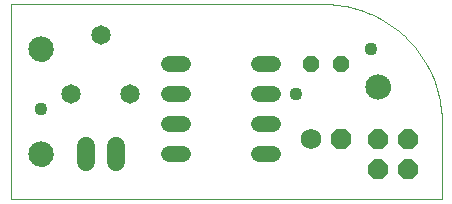
<source format=gbs>
G75*
%MOIN*%
%OFA0B0*%
%FSLAX24Y24*%
%IPPOS*%
%LPD*%
%AMOC8*
5,1,8,0,0,1.08239X$1,22.5*
%
%ADD10C,0.0000*%
%ADD11C,0.0847*%
%ADD12OC8,0.0690*%
%ADD13C,0.0690*%
%ADD14OC8,0.0540*%
%ADD15C,0.0600*%
%ADD16C,0.0540*%
%ADD17C,0.0651*%
%ADD18OC8,0.0660*%
%ADD19C,0.0436*%
D10*
X000680Y001000D02*
X000680Y007496D01*
X011113Y007496D01*
X012536Y004750D02*
X012538Y004789D01*
X012544Y004828D01*
X012554Y004866D01*
X012567Y004903D01*
X012584Y004938D01*
X012604Y004972D01*
X012628Y005003D01*
X012655Y005032D01*
X012684Y005058D01*
X012716Y005081D01*
X012750Y005101D01*
X012786Y005117D01*
X012823Y005129D01*
X012862Y005138D01*
X012901Y005143D01*
X012940Y005144D01*
X012979Y005141D01*
X013018Y005134D01*
X013055Y005123D01*
X013092Y005109D01*
X013127Y005091D01*
X013160Y005070D01*
X013191Y005045D01*
X013219Y005018D01*
X013244Y004988D01*
X013266Y004955D01*
X013285Y004921D01*
X013300Y004885D01*
X013312Y004847D01*
X013320Y004809D01*
X013324Y004770D01*
X013324Y004730D01*
X013320Y004691D01*
X013312Y004653D01*
X013300Y004615D01*
X013285Y004579D01*
X013266Y004545D01*
X013244Y004512D01*
X013219Y004482D01*
X013191Y004455D01*
X013160Y004430D01*
X013127Y004409D01*
X013092Y004391D01*
X013055Y004377D01*
X013018Y004366D01*
X012979Y004359D01*
X012940Y004356D01*
X012901Y004357D01*
X012862Y004362D01*
X012823Y004371D01*
X012786Y004383D01*
X012750Y004399D01*
X012716Y004419D01*
X012684Y004442D01*
X012655Y004468D01*
X012628Y004497D01*
X012604Y004528D01*
X012584Y004562D01*
X012567Y004597D01*
X012554Y004634D01*
X012544Y004672D01*
X012538Y004711D01*
X012536Y004750D01*
X015050Y003559D02*
X015048Y003683D01*
X015042Y003806D01*
X015033Y003930D01*
X015019Y004052D01*
X015002Y004175D01*
X014980Y004297D01*
X014955Y004418D01*
X014926Y004538D01*
X014894Y004657D01*
X014857Y004776D01*
X014817Y004893D01*
X014774Y005008D01*
X014726Y005123D01*
X014675Y005235D01*
X014621Y005346D01*
X014563Y005456D01*
X014502Y005563D01*
X014437Y005669D01*
X014369Y005772D01*
X014298Y005873D01*
X014224Y005972D01*
X014147Y006069D01*
X014066Y006163D01*
X013983Y006254D01*
X013897Y006343D01*
X013808Y006429D01*
X013717Y006512D01*
X013623Y006593D01*
X013526Y006670D01*
X013427Y006744D01*
X013326Y006815D01*
X013223Y006883D01*
X013117Y006948D01*
X013010Y007009D01*
X012900Y007067D01*
X012789Y007121D01*
X012677Y007172D01*
X012562Y007220D01*
X012447Y007263D01*
X012330Y007303D01*
X012211Y007340D01*
X012092Y007372D01*
X011972Y007401D01*
X011851Y007426D01*
X011729Y007448D01*
X011606Y007465D01*
X011484Y007479D01*
X011360Y007488D01*
X011237Y007494D01*
X011113Y007496D01*
X015050Y003559D02*
X015050Y001000D01*
X000680Y001000D01*
X001286Y002500D02*
X001288Y002539D01*
X001294Y002578D01*
X001304Y002616D01*
X001317Y002653D01*
X001334Y002688D01*
X001354Y002722D01*
X001378Y002753D01*
X001405Y002782D01*
X001434Y002808D01*
X001466Y002831D01*
X001500Y002851D01*
X001536Y002867D01*
X001573Y002879D01*
X001612Y002888D01*
X001651Y002893D01*
X001690Y002894D01*
X001729Y002891D01*
X001768Y002884D01*
X001805Y002873D01*
X001842Y002859D01*
X001877Y002841D01*
X001910Y002820D01*
X001941Y002795D01*
X001969Y002768D01*
X001994Y002738D01*
X002016Y002705D01*
X002035Y002671D01*
X002050Y002635D01*
X002062Y002597D01*
X002070Y002559D01*
X002074Y002520D01*
X002074Y002480D01*
X002070Y002441D01*
X002062Y002403D01*
X002050Y002365D01*
X002035Y002329D01*
X002016Y002295D01*
X001994Y002262D01*
X001969Y002232D01*
X001941Y002205D01*
X001910Y002180D01*
X001877Y002159D01*
X001842Y002141D01*
X001805Y002127D01*
X001768Y002116D01*
X001729Y002109D01*
X001690Y002106D01*
X001651Y002107D01*
X001612Y002112D01*
X001573Y002121D01*
X001536Y002133D01*
X001500Y002149D01*
X001466Y002169D01*
X001434Y002192D01*
X001405Y002218D01*
X001378Y002247D01*
X001354Y002278D01*
X001334Y002312D01*
X001317Y002347D01*
X001304Y002384D01*
X001294Y002422D01*
X001288Y002461D01*
X001286Y002500D01*
X001286Y006000D02*
X001288Y006039D01*
X001294Y006078D01*
X001304Y006116D01*
X001317Y006153D01*
X001334Y006188D01*
X001354Y006222D01*
X001378Y006253D01*
X001405Y006282D01*
X001434Y006308D01*
X001466Y006331D01*
X001500Y006351D01*
X001536Y006367D01*
X001573Y006379D01*
X001612Y006388D01*
X001651Y006393D01*
X001690Y006394D01*
X001729Y006391D01*
X001768Y006384D01*
X001805Y006373D01*
X001842Y006359D01*
X001877Y006341D01*
X001910Y006320D01*
X001941Y006295D01*
X001969Y006268D01*
X001994Y006238D01*
X002016Y006205D01*
X002035Y006171D01*
X002050Y006135D01*
X002062Y006097D01*
X002070Y006059D01*
X002074Y006020D01*
X002074Y005980D01*
X002070Y005941D01*
X002062Y005903D01*
X002050Y005865D01*
X002035Y005829D01*
X002016Y005795D01*
X001994Y005762D01*
X001969Y005732D01*
X001941Y005705D01*
X001910Y005680D01*
X001877Y005659D01*
X001842Y005641D01*
X001805Y005627D01*
X001768Y005616D01*
X001729Y005609D01*
X001690Y005606D01*
X001651Y005607D01*
X001612Y005612D01*
X001573Y005621D01*
X001536Y005633D01*
X001500Y005649D01*
X001466Y005669D01*
X001434Y005692D01*
X001405Y005718D01*
X001378Y005747D01*
X001354Y005778D01*
X001334Y005812D01*
X001317Y005847D01*
X001304Y005884D01*
X001294Y005922D01*
X001288Y005961D01*
X001286Y006000D01*
D11*
X001680Y006000D03*
X001680Y002500D03*
X012930Y004750D03*
D12*
X011680Y003000D03*
D13*
X010680Y003000D03*
D14*
X010680Y005500D03*
X011680Y005500D03*
D15*
X004180Y002770D02*
X004180Y002230D01*
X003180Y002230D02*
X003180Y002770D01*
D16*
X005940Y002500D02*
X006420Y002500D01*
X006420Y003500D02*
X005940Y003500D01*
X005940Y004500D02*
X006420Y004500D01*
X006420Y005500D02*
X005940Y005500D01*
X008940Y005500D02*
X009420Y005500D01*
X009420Y004500D02*
X008940Y004500D01*
X008940Y003500D02*
X009420Y003500D01*
X009420Y002500D02*
X008940Y002500D01*
D17*
X004664Y004516D03*
X002696Y004516D03*
X003680Y006484D03*
D18*
X012930Y003000D03*
X013930Y003000D03*
X013930Y002000D03*
X012930Y002000D03*
D19*
X010180Y004500D03*
X012680Y006000D03*
X001680Y004000D03*
M02*

</source>
